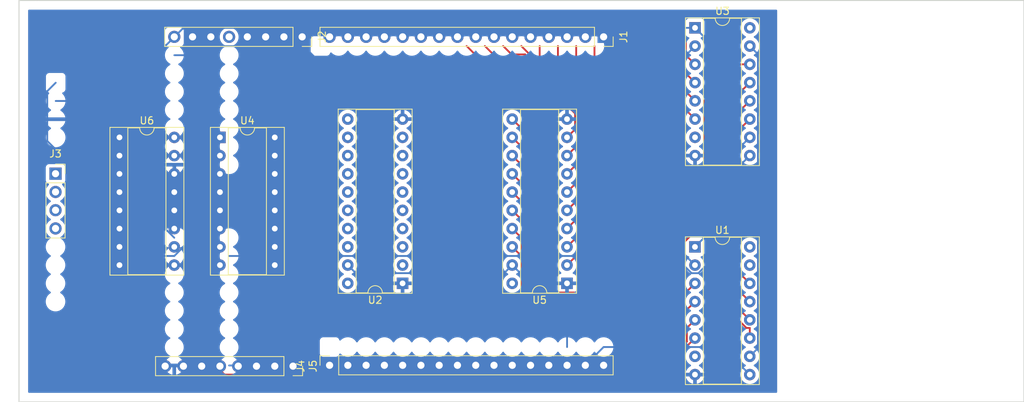
<source format=kicad_pcb>
(kicad_pcb (version 20211014) (generator pcbnew)
  (layers (0 "F.Cu" signal) (1 "In1.Cu" signal) (2 "In2.Cu" signal) (31 "B.Cu" signal) (34 "B.Paste" user) (35 "F.Paste" user) (36 "B.SilkS" user "B.Silkscreen") (37 "F.SilkS" user "F.Silkscreen") (38 "B.Mask" user) (39 "F.Mask" user) (44 "Edge.Cuts" user))
  (net 0 "")
  (net 1 "A0")
  (net 2 "A1")
  (net 3 "A2")
  (net 4 "A3")
  (net 5 "A4")
  (net 6 "A5")
  (net 7 "A6")
  (net 8 "A7")
  (net 9 "A8")
  (net 10 "A9")
  (net 11 "A10")
  (net 12 "A11")
  (net 13 "A12")
  (net 14 "A13")
  (net 15 "A14")
  (net 16 "A15")
  (net 17 "D0")
  (net 18 "D1")
  (net 19 "D2")
  (net 20 "D3")
  (net 21 "D4")
  (net 22 "D5")
  (net 23 "D6")
  (net 24 "D7")
  (net 25 "CLK")
  (net 26 "RST")
  (net 27 "GND")
  (net 28 "+5V")
  (net 29 "OI")
  (net 30 "MW")
  (net 31 "H")
  (net 32 "C")
  (net 33 "~{II}")
  (net 34 "Im")
  (net 35 "~{ΣO}")
  (net 36 "~{ΣI}")
  (net 37 "RO")
  (net 38 "RI")
  (net 39 "~{MO}")
  (net 40 "MI")
  (net 41 "~{CO}")
  (net 42 "CE")
  (net 43 "~{CIL}")
  (net 44 "Net-(U1-Pad10)")
  (net 45 "Net-(U1-Pad11)")
  (net 46 "Net-(U1-Pad12)")
  (net 47 "Net-(U1-Pad13)")
  (net 48 "Net-(U1-Pad14)")
  (net 50 "Net-(U2-Pad11)")
  (net 51 "Net-(U2-Pad12)")
  (net 52 "Net-(U2-Pad13)")
  (net 53 "Net-(U2-Pad14)")
  (net 54 "Net-(U3-Pad10)")
  (net 55 "Net-(U4-Pad10)")
  (net 56 "Net-(U4-Pad11)")
  (net 57 "Net-(U4-Pad12)")
  (net 58 "Net-(U4-Pad13)")
  (net 59 "Net-(U4-Pad14)")
  (net 60 "Net-(U5-Pad11)")
  (net 61 "Net-(U5-Pad12)")
  (net 62 "Net-(U5-Pad13)")
  (net 63 "Net-(U5-Pad14)")
  (footprint "Connector_PinSocket_2.54mm:PinSocket_1x16_P2.54mm_Vertical" (layer "F.Cu") (at 149.86 73.635 -90)
    (fp_text reference "J1" (at 0 -2.77 90) (layer "F.SilkS"))
    (fp_text value "ADDR_BUS")
    (fp_line (start -1.33 1.27) (end 1.33 1.27) (layer "F.SilkS") (width 0.12))
    (fp_line (start 1.33 1.27) (end 1.33 39.43) (layer "F.SilkS") (width 0.12))
    (fp_line (start -1.33 39.43) (end 1.33 39.43) (layer "F.SilkS") (width 0.12))
    (fp_line (start 1.33 -1.33) (end 1.33 0) (layer "F.SilkS") (width 0.12))
    (fp_line (start 0 -1.33) (end 1.33 -1.33) (layer "F.SilkS") (width 0.12))
    (fp_line (start -1.33 1.27) (end -1.33 39.43) (layer "F.SilkS") (width 0.12))
    (pad "1" thru_hole rect (at 0 0 270) (size 1.7 1.7) (drill 1) (layers *.Mask "F.Cu" "In1.Cu" "In2.Cu" "B.Cu") (net 1 "A0"))
    (pad "2" thru_hole oval (at 0 2.54 270) (size 1.7 1.7) (drill 1) (layers *.Mask "F.Cu" "In1.Cu" "In2.Cu" "B.Cu") (net 2 "A1"))
    (pad "3" thru_hole oval (at 0 5.08 270) (size 1.7 1.7) (drill 1) (layers *.Mask "F.Cu" "In1.Cu" "In2.Cu" "B.Cu") (net 3 "A2"))
    (pad "4" thru_hole oval (at 0 7.62 270) (size 1.7 1.7) (drill 1) (layers *.Mask "F.Cu" "In1.Cu" "In2.Cu" "B.Cu") (net 4 "A3"))
    (pad "5" thru_hole oval (at 0 10.16 270) (size 1.7 1.7) (drill 1) (layers *.Mask "F.Cu" "In1.Cu" "In2.Cu" "B.Cu") (net 5 "A4"))
    (pad "6" thru_hole oval (at 0 12.7 270) (size 1.7 1.7) (drill 1) (layers *.Mask "F.Cu" "In1.Cu" "In2.Cu" "B.Cu") (net 6 "A5"))
    (pad "7" thru_hole oval (at 0 15.24 270) (size 1.7 1.7) (drill 1) (layers *.Mask "F.Cu" "In1.Cu" "In2.Cu" "B.Cu") (net 7 "A6"))
    (pad "8" thru_hole oval (at 0 17.78 270) (size 1.7 1.7) (drill 1) (layers *.Mask "F.Cu" "In1.Cu" "In2.Cu" "B.Cu") (net 8 "A7"))
    (pad "9" thru_hole oval (at 0 20.32 270) (size 1.7 1.7) (drill 1) (layers *.Mask "F.Cu" "In1.Cu" "In2.Cu" "B.Cu") (net 9 "A8"))
    (pad "10" thru_hole oval (at 0 22.86 270) (size 1.7 1.7) (drill 1) (layers *.Mask "F.Cu" "In1.Cu" "In2.Cu" "B.Cu") (net 10 "A9"))
    (pad "11" thru_hole oval (at 0 25.4 270) (size 1.7 1.7) (drill 1) (layers *.Mask "F.Cu" "In1.Cu" "In2.Cu" "B.Cu") (net 11 "A10"))
    (pad "12" thru_hole oval (at 0 27.94 270) (size 1.7 1.7) (drill 1) (layers *.Mask "F.Cu" "In1.Cu" "In2.Cu" "B.Cu") (net 12 "A11"))
    (pad "13" thru_hole oval (at 0 30.48 270) (size 1.7 1.7) (drill 1) (layers *.Mask "F.Cu" "In1.Cu" "In2.Cu" "B.Cu") (net 13 "A12"))
    (pad "14" thru_hole oval (at 0 33.02 270) (size 1.7 1.7) (drill 1) (layers *.Mask "F.Cu" "In1.Cu" "In2.Cu" "B.Cu") (net 14 "A13"))
    (pad "15" thru_hole oval (at 0 35.56 270) (size 1.7 1.7) (drill 1) (layers *.Mask "F.Cu" "In1.Cu" "In2.Cu" "B.Cu") (net 15 "A14"))
    (pad "16" thru_hole oval (at 0 38.1 270) (size 1.7 1.7) (drill 1) (layers *.Mask "F.Cu" "In1.Cu" "In2.Cu" "B.Cu") (net 16 "A15"))
  )
  (footprint "Package_DIP:DIP-20_W7.62mm_Socket" (layer "F.Cu") (at 121.91 107.945 180)
    (fp_text reference "U2" (at 3.81 -2.33) (layer "F.SilkS"))
    (fp_text value "74HC245")
    (fp_line (start 1.16 -1.33) (end 1.16 24.19) (layer "F.SilkS") (width 0.12))
    (fp_line (start 8.95 -1.39) (end -1.33 -1.39) (layer "F.SilkS") (width 0.12))
    (fp_line (start -1.33 -1.39) (end -1.33 24.25) (layer "F.SilkS") (width 0.12))
    (fp_line (start 1.16 24.19) (end 6.46 24.19) (layer "F.SilkS") (width 0.12))
    (fp_line (start -1.33 24.25) (end 8.95 24.25) (layer "F.SilkS") (width 0.12))
    (fp_line (start 6.46 24.19) (end 6.46 -1.33) (layer "F.SilkS") (width 0.12))
    (fp_line (start 8.95 24.25) (end 8.95 -1.39) (layer "F.SilkS") (width 0.12))
    (fp_line (start 6.46 -1.33) (end 4.81 -1.33) (layer "F.SilkS") (width 0.12))
    (fp_line (start 2.81 -1.33) (end 1.16 -1.33) (layer "F.SilkS") (width 0.12))
    (fp_arc (start 4.81 -1.33) (mid 3.81 -0.33) (end 2.81 -1.33) (layer "F.SilkS") (width 0.12))
    (pad "1" thru_hole rect (at 0 0 180) (size 1.6 1.6) (drill 0.8) (layers *.Cu *.Mask) (net 27 "GND"))
    (pad "2" thru_hole oval (at 0 2.54 180) (size 1.6 1.6) (drill 0.8) (layers *.Cu *.Mask) (net 16 "A15"))
    (pad "3" thru_hole oval (at 0 5.08 180) (size 1.6 1.6) (drill 0.8) (layers *.Cu *.Mask) (net 15 "A14"))
    (pad "4" thru_hole oval (at 0 7.62 180) (size 1.6 1.6) (drill 0.8) (layers *.Cu *.Mask) (net 14 "A13"))
    (pad "5" thru_hole oval (at 0 10.16 180) (size 1.6 1.6) (drill 0.8) (layers *.Cu *.Mask) (net 13 "A12"))
    (pad "6" thru_hole oval (at 0 12.7 180) (size 1.6 1.6) (drill 0.8) (layers *.Cu *.Mask) (net 12 "A11"))
    (pad "7" thru_hole oval (at 0 15.24 180) (size 1.6 1.6) (drill 0.8) (layers *.Cu *.Mask) (net 11 "A10"))
    (pad "8" thru_hole oval (at 0 17.78 180) (size 1.6 1.6) (drill 0.8) (layers *.Cu *.Mask) (net 10 "A9"))
    (pad "9" thru_hole oval (at 0 20.32 180) (size 1.6 1.6) (drill 0.8) (layers *.Cu *.Mask) (net 9 "A8"))
    (pad "10" thru_hole oval (at 0 22.86 180) (size 1.6 1.6) (drill 0.8) (layers *.Cu *.Mask) (net 27 "GND"))
    (pad "11" thru_hole oval (at 7.62 22.86 180) (size 1.6 1.6) (drill 0.8) (layers *.Cu *.Mask) (net 50 "Net-(U2-Pad11)"))
    (pad "12" thru_hole oval (at 7.62 20.32 180) (size 1.6 1.6) (drill 0.8) (layers *.Cu *.Mask) (net 51 "Net-(U2-Pad12)"))
    (pad "13" thru_hole oval (at 7.62 17.78 180) (size 1.6 1.6) (drill 0.8) (layers *.Cu *.Mask) (net 52 "Net-(U2-Pad13)"))
    (pad "14" thru_hole oval (at 7.62 15.24 180) (size 1.6 1.6) (drill 0.8) (layers *.Cu *.Mask) (net 53 "Net-(U2-Pad14)"))
    (pad "15" thru_hole oval (at 7.62 12.7 180) (size 1.6 1.6) (drill 0.8) (layers *.Cu *.Mask) (net 48 "Net-(U1-Pad14)"))
    (pad "16" thru_hole oval (at 7.62 10.16 180) (size 1.6 1.6) (drill 0.8) (layers *.Cu *.Mask) (net 47 "Net-(U1-Pad13)"))
    (pad "17" thru_hole oval (at 7.62 7.62 180) (size 1.6 1.6) (drill 0.8) (layers *.Cu *.Mask) (net 46 "Net-(U1-Pad12)"))
    (pad "18" thru_hole oval (at 7.62 5.08 180) (size 1.6 1.6) (drill 0.8) (layers *.Cu *.Mask) (net 45 "Net-(U1-Pad11)"))
    (pad "19" thru_hole oval (at 7.62 2.54 180) (size 1.6 1.6) (drill 0.8) (layers *.Cu *.Mask) (net 41 "~{CO}"))
    (pad "20" thru_hole oval (at 7.62 0 180) (size 1.6 1.6) (drill 0.8) (layers *.Cu *.Mask) (net 28 "+5V"))
  )
  (footprint "Package_DIP:DIP-16_W7.62mm_Socket" (layer "F.Cu") (at 82.55 87.63)
    (fp_text reference "U6" (at 3.81 -2.33) (layer "F.SilkS"))
    (fp_text value "74HC161")
    (fp_line (start 1.16 -1.33) (end 1.16 19.11) (layer "F.SilkS") (width 0.12))
    (fp_line (start 6.46 19.11) (end 6.46 -1.33) (layer "F.SilkS") (width 0.12))
    (fp_line (start 1.16 19.11) (end 6.46 19.11) (layer "F.SilkS") (width 0.12))
    (fp_line (start 2.81 -1.33) (end 1.16 -1.33) (layer "F.SilkS") (width 0.12))
    (fp_line (start -1.33 19.17) (end 8.95 19.17) (layer "F.SilkS") (width 0.12))
    (fp_line (start 8.95 -1.39) (end -1.33 -1.39) (layer "F.SilkS") (width 0.12))
    (fp_line (start -1.33 -1.39) (end -1.33 19.17) (layer "F.SilkS") (width 0.12))
    (fp_line (start 6.46 -1.33) (end 4.81 -1.33) (layer "F.SilkS") (width 0.12))
    (fp_line (start 8.95 19.17) (end 8.95 -1.39) (layer "F.SilkS") (width 0.12))
    (fp_arc (start 4.81 -1.33) (mid 3.81 -0.33) (end 2.81 -1.33) (layer "F.SilkS") (width 0.12))
    (pad "1" thru_hole rect (at 0 0) (size 1.6 1.6) (drill 0.8) (layers *.Cu *.Mask) (net 26 "RST"))
    (pad "2" thru_hole oval (at 0 2.54) (size 1.6 1.6) (drill 0.8) (layers *.Cu *.Mask) (net 25 "CLK"))
    (pad "3" thru_hole oval (at 0 5.08) (size 1.6 1.6) (drill 0.8) (layers *.Cu *.Mask) (net 17 "D0"))
    (pad "4" thru_hole oval (at 0 7.62) (size 1.6 1.6) (drill 0.8) (layers *.Cu *.Mask) (net 18 "D1"))
    (pad "5" thru_hole oval (at 0 10.16) (size 1.6 1.6) (drill 0.8) (layers *.Cu *.Mask) (net 19 "D2"))
    (pad "6" thru_hole oval (at 0 12.7) (size 1.6 1.6) (drill 0.8) (layers *.Cu *.Mask) (net 20 "D3"))
    (pad "7" thru_hole oval (at 0 15.24) (size 1.6 1.6) (drill 0.8) (layers *.Cu *.Mask) (net 28 "+5V"))
    (pad "8" thru_hole oval (at 0 17.78) (size 1.6 1.6) (drill 0.8) (layers *.Cu *.Mask) (net 27 "GND"))
    (pad "9" thru_hole oval (at 7.62 17.78) (size 1.6 1.6) (drill 0.8) (layers *.Cu *.Mask) (net 43 "~{CIL}"))
    (pad "10" thru_hole oval (at 7.62 15.24) (size 1.6 1.6) (drill 0.8) (layers *.Cu *.Mask) (net 28 "+5V"))
    (pad "11" thru_hole oval (at 7.62 12.7) (size 1.6 1.6) (drill 0.8) (layers *.Cu *.Mask) (net 63 "Net-(U5-Pad14)"))
    (pad "12" thru_hole oval (at 7.62 10.16) (size 1.6 1.6) (drill 0.8) (layers *.Cu *.Mask) (net 62 "Net-(U5-Pad13)"))
    (pad "13" thru_hole oval (at 7.62 7.62) (size 1.6 1.6) (drill 0.8) (layers *.Cu *.Mask) (net 61 "Net-(U5-Pad12)"))
    (pad "14" thru_hole oval (at 7.62 5.08) (size 1.6 1.6) (drill 0.8) (layers *.Cu *.Mask) (net 60 "Net-(U5-Pad11)"))
    (pad "15" thru_hole oval (at 7.62 2.54) (size 1.6 1.6) (drill 0.8) (layers *.Cu *.Mask) (net 55 "Net-(U4-Pad10)"))
    (pad "16" thru_hole oval (at 7.62 0) (size 1.6 1.6) (drill 0.8) (layers *.Cu *.Mask) (net 28 "+5V"))
  )
  (footprint "Package_DIP:DIP-16_W7.62mm_Socket" (layer "F.Cu") (at 162.57 72.38)
    (fp_text reference "U3" (at 3.81 -2.33) (layer "F.SilkS"))
    (fp_text value "74HC161")
    (fp_line (start 6.46 -1.33) (end 4.81 -1.33) (layer "F.SilkS") (width 0.12))
    (fp_line (start 8.95 19.17) (end 8.95 -1.39) (layer "F.SilkS") (width 0.12))
    (fp_line (start 8.95 -1.39) (end -1.33 -1.39) (layer "F.SilkS") (width 0.12))
    (fp_line (start -1.33 19.17) (end 8.95 19.17) (layer "F.SilkS") (width 0.12))
    (fp_line (start -1.33 -1.39) (end -1.33 19.17) (layer "F.SilkS") (width 0.12))
    (fp_line (start 1.16 -1.33) (end 1.16 19.11) (layer "F.SilkS") (width 0.12))
    (fp_line (start 1.16 19.11) (end 6.46 19.11) (layer "F.SilkS") (width 0.12))
    (fp_line (start 6.46 19.11) (end 6.46 -1.33) (layer "F.SilkS") (width 0.12))
    (fp_line (start 2.81 -1.33) (end 1.16 -1.33) (layer "F.SilkS") (width 0.12))
    (fp_arc (start 4.81 -1.33) (mid 3.81 -0.33) (end 2.81 -1.33) (layer "F.SilkS") (width 0.12))
    (pad "1" thru_hole rect (at 0 0) (size 1.6 1.6) (drill 0.8) (layers *.Cu *.Mask) (net 26 "RST"))
    (pad "2" thru_hole oval (at 0 2.54) (size 1.6 1.6) (drill 0.8) (layers *.Cu *.Mask) (net 25 "CLK"))
    (pad "3" thru_hole oval (at 0 5.08) (size 1.6 1.6) (drill 0.8) (layers *.Cu *.Mask) (net 17 "D0"))
    (pad "4" thru_hole oval (at 0 7.62) (size 1.6 1.6) (drill 0.8) (layers *.Cu *.Mask) (net 18 "D1"))
    (pad "5" thru_hole oval (at 0 10.16) (size 1.6 1.6) (drill 0.8) (layers *.Cu *.Mask) (net 19 "D2"))
    (pad "6" thru_hole oval (at 0 12.7) (size 1.6 1.6) (drill 0.8) (layers *.Cu *.Mask) (net 20 "D3"))
    (pad "7" thru_hole oval (at 0 15.24) (size 1.6 1.6) (drill 0.8) (layers *.Cu *.Mask) (net 28 "+5V"))
    (pad "8" thru_hole oval (at 0 17.78) (size 1.6 1.6) (drill 0.8) (layers *.Cu *.Mask) (net 27 "GND"))
    (pad "9" thru_hole oval (at 7.62 17.78) (size 1.6 1.6) (drill 0.8) (layers *.Cu *.Mask) (net 43 "~{CIL}"))
    (pad "10" thru_hole oval (at 7.62 15.24) (size 1.6 1.6) (drill 0.8) (layers *.Cu *.Mask) (net 54 "Net-(U3-Pad10)"))
    (pad "11" thru_hole oval (at 7.62 12.7) (size 1.6 1.6) (drill 0.8) (layers *.Cu *.Mask) (net 53 "Net-(U2-Pad14)"))
    (pad "12" thru_hole oval (at 7.62 10.16) (size 1.6 1.6) (drill 0.8) (layers *.Cu *.Mask) (net 52 "Net-(U2-Pad13)"))
    (pad "13" thru_hole oval (at 7.62 7.62) (size 1.6 1.6) (drill 0.8) (layers *.Cu *.Mask) (net 51 "Net-(U2-Pad12)"))
    (pad "14" thru_hole oval (at 7.62 5.08) (size 1.6 1.6) (drill 0.8) (layers *.Cu *.Mask) (net 50 "Net-(U2-Pad11)"))
    (pad "15" thru_hole oval (at 7.62 2.54) (size 1.6 1.6) (drill 0.8) (layers *.Cu *.Mask) (net 44 "Net-(U1-Pad10)"))
    (pad "16" thru_hole oval (at 7.62 0) (size 1.6 1.6) (drill 0.8) (layers *.Cu *.Mask) (net 28 "+5V"))
  )
  (footprint "Package_DIP:DIP-20_W7.62mm_Socket" (layer "F.Cu") (at 144.77 107.945 180)
    (fp_text reference "U5" (at 3.81 -2.33) (layer "F.SilkS"))
    (fp_text value "74HC245")
    (fp_line (start -1.33 24.25) (end 8.95 24.25) (layer "F.SilkS") (width 0.12))
    (fp_line (start 1.16 24.19) (end 6.46 24.19) (layer "F.SilkS") (width 0.12))
    (fp_line (start 2.81 -1.33) (end 1.16 -1.33) (layer "F.SilkS") (width 0.12))
    (fp_line (start 1.16 -1.33) (end 1.16 24.19) (layer "F.SilkS") (width 0.12))
    (fp_line (start 6.46 24.19) (end 6.46 -1.33) (layer "F.SilkS") (width 0.12))
    (fp_line (start -1.33 -1.39) (end -1.33 24.25) (layer "F.SilkS") (width 0.12))
    (fp_line (start 8.95 -1.39) (end -1.33 -1.39) (layer "F.SilkS") (width 0.12))
    (fp_line (start 8.95 24.25) (end 8.95 -1.39) (layer "F.SilkS") (width 0.12))
    (fp_line (start 6.46 -1.33) (end 4.81 -1.33) (layer "F.SilkS") (width 0.12))
    (fp_arc (start 4.81 -1.33) (mid 3.81 -0.33) (end 2.81 -1.33) (layer "F.SilkS") (width 0.12))
    (pad "1" thru_hole rect (at 0 0 180) (size 1.6 1.6) (drill 0.8) (layers *.Cu *.Mask) (net 27 "GND"))
    (pad "2" thru_hole oval (at 0 2.54 180) (size 1.6 1.6) (drill 0.8) (layers *.Cu *.Mask) (net 8 "A7"))
    (pad "3" thru_hole oval (at 0 5.08 180) (size 1.6 1.6) (drill 0.8) (layers *.Cu *.Mask) (net 7 "A6"))
    (pad "4" thru_hole oval (at 0 7.62 180) (size 1.6 1.6) (drill 0.8) (layers *.Cu *.Mask) (net 6 "A5"))
    (pad "5" thru_hole oval (at 0 10.16 180) (size 1.6 1.6) (drill 0.8) (layers *.Cu *.Mask) (net 5 "A4"))
    (pad "6" thru_hole oval (at 0 12.7 180) (size 1.6 1.6) (drill 0.8) (layers *.Cu *.Mask) (net 4 "A3"))
    (pad "7" thru_hole oval (at 0 15.24 180) (size 1.6 1.6) (drill 0.8) (layers *.Cu *.Mask) (net 3 "A2"))
    (pad "8" thru_hole oval (at 0 17.78 180) (size 1.6 1.6) (drill 0.8) (layers *.Cu *.Mask) (net 2 "A1"))
    (pad "9" thru_hole oval (at 0 20.32 180) (size 1.6 1.6) (drill 0.8) (layers *.Cu *.Mask) (net 1 "A0"))
    (pad "10" thru_hole oval (at 0 22.86 180) (size 1.6 1.6) (drill 0.8) (layers *.Cu *.Mask) (net 27 "GND"))
    (pad "11" thru_hole oval (at 7.62 22.86 180) (size 1.6 1.6) (drill 0.8) (layers *.Cu *.Mask) (net 60 "Net-(U5-Pad11)"))
    (pad "12" thru_hole oval (at 7.62 20.32 180) (size 1.6 1.6) (drill 0.8) (layers *.Cu *.Mask) (net 61 "Net-(U5-Pad12)"))
    (pad "13" thru_hole oval (at 7.62 17.78 180) (size 1.6 1.6) (drill 0.8) (layers *.Cu *.Mask) (net 62 "Net-(U5-Pad13)"))
    (pad "14" thru_hole oval (at 7.62 15.24 180) (size 1.6 1.6) (drill 0.8) (layers *.Cu *.Mask) (net 63 "Net-(U5-Pad14)"))
    (pad "15" thru_hole oval (at 7.62 12.7 180) (size 1.6 1.6) (drill 0.8) (layers *.Cu *.Mask) (net 59 "Net-(U4-Pad14)"))
    (pad "16" thru_hole oval (at 7.62 10.16 180) (size 1.6 1.6) (drill 0.8) (layers *.Cu *.Mask) (net 58 "Net-(U4-Pad13)"))
    (pad "17" thru_hole oval (at 7.62 7.62 180) (size 1.6 1.6) (drill 0.8) (layers *.Cu *.Mask) (net 57 "Net-(U4-Pad12)"))
    (pad "18" thru_hole oval (at 7.62 5.08 180) (size 1.6 1.6) (drill 0.8) (layers *.Cu *.Mask) (net 56 "Net-(U4-Pad11)"))
    (pad "19" thru_hole oval (at 7.62 2.54 180) (size 1.6 1.6) (drill 0.8) (layers *.Cu *.Mask) (net 41 "~{CO}"))
    (pad "20" thru_hole oval (at 7.62 0 180) (size 1.6 1.6) (drill 0.8) (layers *.Cu *.Mask) (net 28 "+5V"))
  )
  (footprint "Connector_PinSocket_2.54mm:PinSocket_1x04_P2.54mm_Vertical" (layer "F.Cu") (at 73.66 92.685)
    (fp_text reference "J3" (at 0 -2.77) (layer "F.SilkS"))
    (fp_text value "Conn_01x03_Female")
    (fp_line (start -1.33 1.27) (end 1.33 1.27) (layer "F.SilkS") (width 0.12))
    (fp_line (start -1.33 1.27) (end -1.33 8.95) (layer "F.SilkS") (width 0.12))
    (fp_line (start 1.33 -1.33) (end 1.33 0) (layer "F.SilkS") (width 0.12))
    (fp_line (start -1.33 8.95) (end 1.33 8.95) (layer "F.SilkS") (width 0.12))
    (fp_line (start 1.33 1.27) (end 1.33 8.95) (layer "F.SilkS") (width 0.12))
    (fp_line (start 0 -1.33) (end 1.33 -1.33) (layer "F.SilkS") (width 0.12))
    (pad "1" thru_hole rect (at 0 0) (size 1.7 1.7) (drill 1) (layers *.Mask "F.Cu" "In1.Cu" "In2.Cu" "B.Cu") (net 25 "CLK"))
    (pad "2" thru_hole oval (at 0 2.54) (size 1.7 1.7) (drill 1) (layers *.Mask "F.Cu" "In1.Cu" "In2.Cu" "B.Cu") (net 26 "RST"))
    (pad "3" thru_hole oval (at 0 5.08) (size 1.7 1.7) (drill 1) (layers *.Mask "F.Cu" "In1.Cu" "In2.Cu" "B.Cu") (net 27 "GND"))
    (pad "4" thru_hole oval (at 0 7.62) (size 1.7 1.7) (drill 1) (layers *.Mask "F.Cu" "In1.Cu" "In2.Cu" "B.Cu") (net 28 "+5V"))
  )
  (footprint "Package_DIP:DIP-16_W7.62mm_Socket" (layer "F.Cu") (at 162.56 102.87)
    (fp_text reference "U1" (at 3.81 -2.33) (layer "F.SilkS"))
    (fp_text value "74HC161")
    (fp_line (start 2.81 -1.33) (end 1.16 -1.33) (layer "F.SilkS") (width 0.12))
    (fp_line (start -1.33 -1.39) (end -1.33 19.17) (layer "F.SilkS") (width 0.12))
    (fp_line (start 8.95 -1.39) (end -1.33 -1.39) (layer "F.SilkS") (width 0.12))
    (fp_line (start 1.16 -1.33) (end 1.16 19.11) (layer "F.SilkS") (width 0.12))
    (fp_line (start 8.95 19.17) (end 8.95 -1.39) (layer "F.SilkS") (width 0.12))
    (fp_line (start 6.46 19.11) (end 6.46 -1.33) (layer "F.SilkS") (width 0.12))
    (fp_line (start 6.46 -1.33) (end 4.81 -1.33) (layer "F.SilkS") (width 0.12))
    (fp_line (start 1.16 19.11) (end 6.46 19.11) (layer "F.SilkS") (width 0.12))
    (fp_line (start -1.33 19.17) (end 8.95 19.17) (layer "F.SilkS") (width 0.12))
    (fp_arc (start 4.81 -1.33) (mid 3.81 -0.33) (end 2.81 -1.33) (layer "F.SilkS") (width 0.12))
    (pad "1" thru_hole rect (at 0 0) (size 1.6 1.6) (drill 0.8) (layers *.Cu *.Mask) (net 26 "RST"))
    (pad "2" thru_hole oval (at 0 2.54) (size 1.6 1.6) (drill 0.8) (layers *.Cu *.Mask) (net 25 "CLK"))
    (pad "3" thru_hole oval (at 0 5.08) (size 1.6 1.6) (drill 0.8) (layers *.Cu *.Mask) (net 21 "D4"))
    (pad "4" thru_hole oval (at 0 7.62) (size 1.6 1.6) (drill 0.8) (layers *.Cu *.Mask) (net 22 "D5"))
    (pad "5" thru_hole oval (at 0 10.16) (size 1.6 1.6) (drill 0.8) (layers *.Cu *.Mask) (net 23 "D6"))
    (pad "6" thru_hole oval (at 0 12.7) (size 1.6 1.6) (drill 0.8) (layers *.Cu *.Mask) (net 24 "D7"))
    (pad "7" thru_hole oval (at 0 15.24) (size 1.6 1.6) (drill 0.8) (layers *.Cu *.Mask) (net 28 "+5V"))
    (pad "8" thru_hole oval (at 0 17.78) (size 1.6 1.6) (drill 0.8) (layers *.Cu *.Mask) (net 27 "GND"))
    (pad "9" thru_hole oval (at 7.62 17.78) (size 1.6 1.6) (drill 0.8) (layers *.Cu *.Mask) (net 43 "~{CIL}"))
    (pad "10" thru_hole oval (at 7.62 15.24) (size 1.6 1.6) (drill 0.8) (layers *.Cu *.Mask) (net 44 "Net-(U1-Pad10)"))
    (pad "11" thru_hole oval (at 7.62 12.7) (size 1.6 1.6) (drill 0.8) (layers *.Cu *.Mask) (net 45 "Net-(U1-Pad11)"))
    (pad "12" thru_hole oval (at 7.62 10.16) (size 1.6 1.6) (drill 0.8) (layers *.Cu *.Mask) (net 46 "Net-(U1-Pad12)"))
    (pad "13" thru_hole oval (at 7.62 7.62) (size 1.6 1.6) (drill 0.8) (layers *.Cu *.Mask) (net 47 "Net-(U1-Pad13)"))
    (pad "14" thru_hole oval (at 7.62 5.08) (size 1.6 1.6) (drill 0.8) (layers *.Cu *.Mask) (net 48 "Net-(U1-Pad14)"))
    (pad "15" thru_hole oval (at 7.62 2.54) (size 1.6 1.6) (drill 0.8) (layers *.Cu *.Mask))
    (pad "16" thru_hole oval (at 7.62 0) (size 1.6 1.6) (drill 0.8) (layers *.Cu *.Mask) (net 28 "+5V"))
  )
  (footprint "Package_DIP:DIP-16_W7.62mm_Socket" (layer "F.Cu") (at 96.52 87.63)
    (fp_text reference "U4" (at 3.81 -2.33) (layer "F.SilkS"))
    (fp_text value "74HC161")
    (fp_line (start 2.81 -1.33) (end 1.16 -1.33) (layer "F.SilkS") (width 0.12))
    (fp_line (start 8.95 19.17) (end 8.95 -1.39) (layer "F.SilkS") (width 0.12))
    (fp_line (start -1.33 -1.39) (end -1.33 19.17) (layer "F.SilkS") (width 0.12))
    (fp_line (start 1.16 -1.33) (end 1.16 19.11) (layer "F.SilkS") (width 0.12))
    (fp_line (start 1.16 19.11) (end 6.46 19.11) (layer "F.SilkS") (width 0.12))
    (fp_line (start 6.46 19.11) (end 6.46 -1.33) (layer "F.SilkS") (width 0.12))
    (fp_line (start 6.46 -1.33) (end 4.81 -1.33) (layer "F.SilkS") (width 0.12))
    (fp_line (start -1.33 19.17) (end 8.95 19.17) (layer "F.SilkS") (width 0.12))
    (fp_line (start 8.95 -1.39) (end -1.33 -1.39) (layer "F.SilkS") (width 0.12))
    (fp_arc (start 4.81 -1.33) (mid 3.81 -0.33) (end 2.81 -1.33) (layer "F.SilkS") (width 0.12))
    (pad "1" thru_hole rect (at 0 0) (size 1.6 1.6) (drill 0.8) (layers *.Cu *.Mask) (net 26 "RST"))
    (pad "2" thru_hole oval (at 0 2.54) (size 1.6 1.6) (drill 0.8) (layers *.Cu *.Mask) (net 25 "CLK"))
    (pad "3" thru_hole oval (at 0 5.08) (size 1.6 1.6) (drill 0.8) (layers *.Cu *.Mask) (net 21 "D4"))
    (pad "4" thru_hole oval (at 0 7.62) (size 1.6 1.6) (drill 0.8) (layers *.Cu *.Mask) (net 22 "D5"))
    (pad "5" thru_hole oval (at 0 10.16) (size 1.6 1.6) (drill 0.8) (layers *.Cu *.Mask) (net 23 "D6"))
    (pad "6" thru_hole oval (at 0 12.7) (size 1.6 1.6) (drill 0.8) (layers *.Cu *.Mask) (net 24 "D7"))
    (pad "7" thru_hole oval (at 0 15.24) (size 1.6 1.6) (drill 0.8) (layers *.Cu *.Mask) (net 28 "+5V"))
    (pad "8" thru_hole oval (at 0 17.78) (size 1.6 1.6) (drill 0.8) (layers *.Cu *.Mask) (net 27 "GND"))
    (pad "9" thru_hole oval (at 7.62 17.78) (size 1.6 1.6) (drill 0.8) (layers *.Cu *.Mask) (net 43 "~{CIL}"))
    (pad "10" thru_hole oval (at 7.62 15.24) (size 1.6 1.6) (drill 0.8) (layers *.Cu *.Mask) (net 55 "Net-(U4-Pad10)"))
    (pad "11" thru_hole oval (at 7.62 12.7) (size 1.6 1.6) (drill 0.8) (layers *.Cu *.Mask) (net 56 "Net-(U4-Pad11)"))
    (pad "12" thru_hole oval (at 7.62 10.16) (size 1.6 1.6) (drill 0.8) (layers *.Cu *.Mask) (net 57 "Net-(U4-Pad12)"))
    (pad "13" thru_hole oval (at 7.62 7.62) (size 1.6 1.6) (drill 0.8) (layers *.Cu *.Mask) (net 58 "Net-(U4-Pad13)"))
    (pad "14" thru_hole oval (at 7.62 5.08) (size 1.6 1.6) (drill 0.8) (layers *.Cu *.Mask) (net 59 "Net-(U4-Pad14)"))
    (pad "15" thru_hole oval (at 7.62 2.54) (size 1.6 1.6) (drill 0.8) (layers *.Cu *.Mask) (net 54 "Net-(U3-Pad10)"))
    (pad "16" thru_hole oval (at 7.62 0) (size 1.6 1.6) (drill 0.8) (layers *.Cu *.Mask) (net 28 "+5V"))
  )
  (footprint "Connector_PinSocket_2.54mm:PinSocket_1x08_P2.54mm_Vertical" (layer "F.Cu") (at 106.68 119.475 -90)
    (fp_text reference "J5" (at 0 -2.77 90) (layer "F.SilkS"))
    (fp_text value "INST_REG")
    (fp_line (start -1.33 1.27) (end -1.33 19.11) (layer "F.SilkS") (width 0.12))
    (fp_line (start -1.33 1.27) (end 1.33 1.27) (layer "F.SilkS") (width 0.12))
    (fp_line (start -1.33 19.11) (end 1.33 19.11) (layer "F.SilkS") (width 0.12))
    (fp_line (start 1.33 -1.33) (end 1.33 0) (layer "F.SilkS") (width 0.12))
    (fp_line (start 0 -1.33) (end 1.33 -1.33) (layer "F.SilkS") (width 0.12))
    (fp_line (start 1.33 1.27) (end 1.33 19.11) (layer "F.SilkS") (width 0.12))
    (pad "1" thru_hole rect (at 0 0 270) (size 1.7 1.7) (drill 1) (layers *.Mask "F.Cu" "In1.Cu" "In2.Cu" "B.Cu"))
    (pad "2" thru_hole oval (at 0 2.54 270) (size 1.7 1.7) (drill 1) (layers *.Mask "F.Cu" "In1.Cu" "In2.Cu" "B.Cu"))
    (pad "3" thru_hole oval (at 0 5.08 270) (size 1.7 1.7) (drill 1) (layers *.Mask "F.Cu" "In1.Cu" "In2.Cu" "B.Cu"))
    (pad "4" thru_hole oval (at 0 7.62 270) (size 1.7 1.7) (drill 1) (layers *.Mask "F.Cu" "In1.Cu" "In2.Cu" "B.Cu"))
    (pad "5" thru_hole oval (at 0 10.16 270) (size 1.7 1.7) (drill 1) (layers *.Mask "F.Cu" "In1.Cu" "In2.Cu" "B.Cu"))
    (pad "6" thru_hole oval (at 0 12.7 270) (size 1.7 1.7) (drill 1) (layers *.Mask "F.Cu" "In1.Cu" "In2.Cu" "B.Cu"))
    (pad "7" thru_hole oval (at 0 15.24 270) (size 1.7 1.7) (drill 1) (layers *.Mask "F.Cu" "In1.Cu" "In2.Cu" "B.Cu"))
    (pad "8" thru_hole oval (at 0 17.78 270) (size 1.7 1.7) (drill 1) (layers *.Mask "F.Cu" "In1.Cu" "In2.Cu" "B.Cu"))
  )
  (footprint "Connector_PinSocket_2.54mm:PinSocket_1x16_P2.54mm_Vertical" (layer "F.Cu") (at 111.76 119.355 90)
    (fp_text reference "J4" (at -0.12 -4.025 90) (layer "F.SilkS"))
    (fp_text value "CTRL_BUS")
    (fp_line (start -1.33 1.27) (end 1.33 1.27) (layer "F.SilkS") (width 0.12))
    (fp_line (start 1.33 -1.33) (end 1.33 0) (layer "F.SilkS") (width 0.12))
    (fp_line (start 0 -1.33) (end 1.33 -1.33) (layer "F.SilkS") (width 0.12))
    (fp_line (start -1.33 1.27) (end -1.33 39.43) (layer "F.SilkS") (width 0.12))
    (fp_line (start 1.33 1.27) (end 1.33 39.43) (layer "F.SilkS") (width 0.12))
    (fp_line (start -1.33 39.43) (end 1.33 39.43) (layer "F.SilkS") (width 0.12))
    (pad "1" thru_hole rect (at 0 0 90) (size 1.7 1.7) (drill 1) (layers *.Mask "F.Cu" "In1.Cu" "In2.Cu" "B.Cu"))
    (pad "2" thru_hole oval (at 0 2.54 90) (size 1.7 1.7) (drill 1) (layers *.Mask "F.Cu" "In1.Cu" "In2.Cu" "B.Cu") (net 29 "OI"))
    (pad "3" thru_hole oval (at 0 5.08 90) (size 1.7 1.7) (drill 1) (layers *.Mask "F.Cu" "In1.Cu" "In2.Cu" "B.Cu") (net 30 "MW"))
    (pad "4" thru_hole oval (at 0 7.62 90) (size 1.7 1.7) (drill 1) (layers *.Mask "F.Cu" "In1.Cu" "In2.Cu" "B.Cu") (net 31 "H"))
    (pad "5" thru_hole oval (at 0 10.16 90) (size 1.7 1.7) (drill 1) (layers *.Mask "F.Cu" "In1.Cu" "In2.Cu" "B.Cu") (net 32 "C"))
    (pad "6" thru_hole oval (at 0 12.7 90) (size 1.7 1.7) (drill 1) (layers *.Mask "F.Cu" "In1.Cu" "In2.Cu" "B.Cu") (net 33 "~{II}"))
    (pad "7" thru_hole oval (at 0 15.24 90) (size 1.7 1.7) (drill 1) (layers *.Mask "F.Cu" "In1.Cu" "In2.Cu" "B.Cu") (net 34 "Im"))
    (pad "8" thru_hole oval (at 0 17.78 90) (size 1.7 1.7) (drill 1) (layers *.Mask "F.Cu" "In1.Cu" "In2.Cu" "B.Cu") (net 35 "~{ΣO}"))
    (pad "9" thru_hole oval (at 0 20.32 90) (size 1.7 1.7) (drill 1) (layers *.Mask "F.Cu" "In1.Cu" "In2.Cu" "B.Cu") (net 36 "~{ΣI}"))
    (pad "10" thru_hole oval (at 0 22.86 90) (size 1.7 1.7) (drill 1) (layers *.Mask "F.Cu" "In1.Cu" "In2.Cu" "B.Cu") (net 37 "RO"))
    (pad "11" thru_hole oval (at 0 25.4 90) (size 1.7 1.7) (drill 1) (layers *.Mask "F.Cu" "In1.Cu" "In2.Cu" "B.Cu") (net 38 "RI"))
    (pad "12" thru_hole oval (at 0 27.94 90) (size 1.7 1.7) (drill 1) (layers *.Mask "F.Cu" "In1.Cu" "In2.Cu" "B.Cu") (net 39 "~{MO}"))
    (pad "13" thru_hole oval (at 0 30.48 90) (size 1.7 1.7) (drill 1) (layers *.Mask "F.Cu" "In1.Cu" "In2.Cu" "B.Cu") (net 40 "MI"))
    (pad "14" thru_hole oval (at 0 33.02 90) (size 1.7 1.7) (drill 1) (layers *.Mask "F.Cu" "In1.Cu" "In2.Cu" "B.Cu") (net 41 "~{CO}"))
    (pad "15" thru_hole oval (at 0 35.56 90) (size 1.7 1.7) (drill 1) (layers *.Mask "F.Cu" "In1.Cu" "In2.Cu" "B.Cu") (net 42 "CE"))
    (pad "16" thru_hole oval (at 0 38.1 90) (size 1.7 1.7) (drill 1) (layers *.Mask "F.Cu" "In1.Cu" "In2.Cu" "B.Cu"))
  )
  (footprint "Connector_PinSocket_2.54mm:PinSocket_1x08_P2.54mm_Vertical" (layer "F.Cu") (at 107.95 73.635 -90)
    (fp_text reference "J2" (at 0 -2.77 90) (layer "F.SilkS"))
    (fp_text value "DATA_BUS")
    (fp_line (start 0 -1.33) (end 1.33 -1.33) (layer "F.SilkS") (width 0.12))
    (fp_line (start -1.33 1.27) (end 1.33 1.27) (layer "F.SilkS") (width 0.12))
    (fp_line (start -1.33 19.11) (end 1.33 19.11) (layer "F.SilkS") (width 0.12))
    (fp_line (start -1.33 1.27) (end -1.33 19.11) (layer "F.SilkS") (width 0.12))
    (fp_line (start 1.33 -1.33) (end 1.33 0) (layer "F.SilkS") (width 0.12))
    (fp_line (start 1.33 1.27) (end 1.33 19.11) (layer "F.SilkS") (width 0.12))
    (pad "1" thru_hole rect (at 0 0 270) (size 1.7 1.7) (drill 1) (layers *.Mask "F.Cu" "In1.Cu" "In2.Cu" "B.Cu") (net 17 "D0"))
    (pad "2" thru_hole oval (at 0 2.54 270) (size 1.7 1.7) (drill 1) (layers *.Mask "F.Cu" "In1.Cu" "In2.Cu" "B.Cu") (net 18 "D1"))
    (pad "3" thru_hole oval (at 0 5.08 270) (size 1.7 1.7) (drill 1) (layers *.Mask "F.Cu" "In1.Cu" "In2.Cu" "B.Cu") (net 19 "D2"))
    (pad "4" thru_hole oval (at 0 7.62 270) (size 1.7 1.7) (drill 1) (layers *.Mask "F.Cu" "In1.Cu" "In2.Cu" "B.Cu") (net 20 "D3"))
    (pad "5" thru_hole oval (at 0 10.16 270) (size 1.7 1.7) (drill 1) (layers *.Mask "F.Cu" "In1.Cu" "In2.Cu" "B.Cu") (net 21 "D4"))
    (pad "6" thru_hole oval (at 0 12.7 270) (size 1.7 1.7) (drill 1) (layers *.Mask "F.Cu" "In1.Cu" "In2.Cu" "B.Cu") (net 22 "D5"))
    (pad "7" thru_hole oval (at 0 15.24 270) (size 1.7 1.7) (drill 1) (layers *.Mask "F.Cu" "In1.Cu" "In2.Cu" "B.Cu") (net 23 "D6"))
    (pad "8" thru_hole oval (at 0 17.78 270) (size 1.7 1.7) (drill 1) (layers *.Mask "F.Cu" "In1.Cu" "In2.Cu" "B.Cu") (net 24 "D7"))
  )
  (gr_line (start 68.58 124.46) (end 68.58 68.58) (layer "Edge.Cuts") (width 0.1))
  (gr_line (start 208.28 68.58) (end 208.28 124.46) (layer "Edge.Cuts") (width 0.1))
  (gr_line (start 68.58 124.435) (end 68.58 68.555) (layer "Edge.Cuts") (width 0.1))
  (gr_line (start 68.58 68.555) (end 208.28 68.555) (layer "Edge.Cuts") (width 0.1))
  (gr_line (start 208.28 124.46) (end 68.58 124.46) (layer "Edge.Cuts") (width 0.1))
  (gr_line (start 71.12 68.58) (end 208.28 68.58) (layer "Edge.Cuts") (width 0.1))
  (gr_line (start 208.28 68.555) (end 208.28 124.435) (layer "Edge.Cuts") (width 0.1))
  (gr_line (start 68.58 68.58) (end 71.12 68.58) (layer "Edge.Cuts") (width 0.1))
  (gr_line (start 208.28 124.435) (end 68.58 124.435) (layer "Edge.Cuts") (width 0.1))
  (segment (start 145.895 86.5) (end 144.77 87.625) (width 0.25) (layer "F.Cu") (net 1))
  (segment (start 132.885 76.98) (end 138.570812 76.98) (width 0.25) (layer "F.Cu") (net 1))
  (segment (start 138.570812 76.98) (end 145.895 84.304188) (width 0.25) (layer "F.Cu") (net 1))
  (segment (start 130.81 74.905) (end 132.885 76.98) (width 0.25) (layer "F.Cu") (net 1))
  (segment (start 145.895 84.304188) (end 145.895 86.5) (width 0.25) (layer "F.Cu") (net 1))
  (segment (start 138.757208 76.53) (end 146.345 84.117792) (width 0.25) (layer "F.Cu") (net 2))
  (segment (start 146.345 88.59) (end 144.77 90.165) (width 0.25) (layer "F.Cu") (net 2))
  (segment (start 146.345 84.117792) (end 146.345 88.59) (width 0.25) (layer "F.Cu") (net 2))
  (segment (start 133.35 74.905) (end 134.975 76.53) (width 0.25) (layer "F.Cu") (net 2))
  (segment (start 134.975 76.53) (end 138.757208 76.53) (width 0.25) (layer "F.Cu") (net 2))
  (segment (start 138.943604 76.08) (end 146.795 83.931396) (width 0.25) (layer "F.Cu") (net 3))
  (segment (start 137.065 76.08) (end 138.943604 76.08) (width 0.25) (layer "F.Cu") (net 3))
  (segment (start 146.795 90.68) (end 144.77 92.705) (width 0.25) (layer "F.Cu") (net 3))
  (segment (start 146.795 83.931396) (end 146.795 90.68) (width 0.25) (layer "F.Cu") (net 3))
  (segment (start 135.89 74.905) (end 137.065 76.08) (width 0.25) (layer "F.Cu") (net 3))
  (segment (start 138.43 74.93) (end 147.245 83.745) (width 0.25) (layer "F.Cu") (net 4))
  (segment (start 147.245 83.745) (end 147.245 92.77) (width 0.25) (layer "F.Cu") (net 4))
  (segment (start 138.43 74.905) (end 138.43 74.93) (width 0.25) (layer "F.Cu") (net 4))
  (segment (start 147.245 92.77) (end 144.77 95.245) (width 0.25) (layer "F.Cu") (net 4))
  (segment (start 140.97 74.905) (end 140.97 76.833604) (width 0.25) (layer "F.Cu") (net 5))
  (segment (start 147.695 83.558604) (end 147.695 94.86) (width 0.25) (layer "F.Cu") (net 5))
  (segment (start 147.695 94.86) (end 144.77 97.785) (width 0.25) (layer "F.Cu") (net 5))
  (segment (start 140.97 76.833604) (end 147.695 83.558604) (width 0.25) (layer "F.Cu") (net 5))
  (segment (start 143.51 78.737208) (end 148.145 83.372208) (width 0.25) (layer "F.Cu") (net 6))
  (segment (start 148.145 96.95) (end 144.77 100.325) (width 0.25) (layer "F.Cu") (net 6))
  (segment (start 143.51 74.905) (end 143.51 78.737208) (width 0.25) (layer "F.Cu") (net 6))
  (segment (start 148.145 83.372208) (end 148.145 96.95) (width 0.25) (layer "F.Cu") (net 6))
  (segment (start 146.05 80.640812) (end 148.595 83.185812) (width 0.25) (layer "F.Cu") (net 7))
  (segment (start 148.595 99.04) (end 144.77 102.865) (width 0.25) (layer "F.Cu") (net 7))
  (segment (start 146.05 74.905) (end 146.05 80.640812) (width 0.25) (layer "F.Cu") (net 7))
  (segment (start 148.595 83.185812) (end 148.595 99.04) (width 0.25) (layer "F.Cu") (net 7))
  (segment (start 148.59 74.905) (end 148.59 82.544416) (width 0.25) (layer "F.Cu") (net 8))
  (segment (start 149.045 101.13) (end 144.77 105.405) (width 0.25) (layer "F.Cu") (net 8))
  (segment (start 148.59 82.544416) (end 149.045 82.999416) (width 0.25) (layer "F.Cu") (net 8))
  (segment (start 149.045 82.999416) (end 149.045 101.13) (width 0.25) (layer "F.Cu") (net 8))
  (segment (start 161.29 73.66) (end 161.29 76.18) (width 0.25) (layer "F.Cu") (net 17))
  (segment (start 161.29 76.18) (end 162.57 77.46) (width 0.25) (layer "F.Cu") (net 17))
  (segment (start 96.005534 70.364466) (end 157.994466 70.364466) (width 0.25) (layer "F.Cu") (net 17))
  (segment (start 157.994466 70.364466) (end 161.29 73.66) (width 0.25) (layer "F.Cu") (net 17))
  (segment (start 160.84 73.846396) (end 160.84 78.27) (width 0.25) (layer "F.Cu") (net 18))
  (segment (start 157.80807 70.814466) (end 160.84 73.846396) (width 0.25) (layer "F.Cu") (net 18))
  (segment (start 160.84 78.27) (end 162.57 80) (width 0.25) (layer "F.Cu") (net 18))
  (segment (start 96.19193 70.814466) (end 157.80807 70.814466) (width 0.25) (layer "F.Cu") (net 18))
  (segment (start 160.39 80.36) (end 162.57 82.54) (width 0.25) (layer "F.Cu") (net 19))
  (segment (start 96.378326 71.264466) (end 157.621674 71.264466) (width 0.25) (layer "F.Cu") (net 19))
  (segment (start 160.39 74.032792) (end 160.39 80.36) (width 0.25) (layer "F.Cu") (net 19))
  (segment (start 157.621674 71.264466) (end 160.39 74.032792) (width 0.25) (layer "F.Cu") (net 19))
  (segment (start 159.94 82.45) (end 162.57 85.08) (width 0.25) (layer "F.Cu") (net 20))
  (segment (start 159.94 74.219188) (end 159.94 82.45) (width 0.25) (layer "F.Cu") (net 20))
  (segment (start 96.564722 71.714466) (end 157.435278 71.714466) (width 0.25) (layer "F.Cu") (net 20))
  (segment (start 157.435278 71.714466) (end 159.94 74.219188) (width 0.25) (layer "F.Cu") (net 20))
  (segment (start 160.535 115.685812) (end 160.535 109.975) (width 0.25) (layer "F.Cu") (net 21))
  (segment (start 155.570812 120.65) (end 160.535 115.685812) (width 0.25) (layer "F.Cu") (net 21))
  (segment (start 160.535 109.975) (end 162.56 107.95) (width 0.25) (layer "F.Cu") (net 21))
  (segment (start 97.159188 120.65) (end 155.570812 120.65) (width 0.25) (layer "F.Cu") (net 21))
  (segment (start 93.915 117.405812) (end 97.159188 120.65) (width 0.25) (layer "F.Cu") (net 21))
  (segment (start 160.985 115.872208) (end 160.985 112.065) (width 0.25) (layer "F.Cu") (net 22))
  (segment (start 96.972792 121.1) (end 155.757208 121.1) (width 0.25) (layer "F.Cu") (net 22))
  (segment (start 160.985 112.065) (end 162.56 110.49) (width 0.25) (layer "F.Cu") (net 22))
  (segment (start 93.465 117.592208) (end 96.972792 121.1) (width 0.25) (layer "F.Cu") (net 22))
  (segment (start 155.757208 121.1) (end 160.985 115.872208) (width 0.25) (layer "F.Cu") (net 22))
  (segment (start 161.435 114.155) (end 162.56 113.03) (width 0.25) (layer "F.Cu") (net 23))
  (segment (start 161.435 116.058604) (end 161.435 114.155) (width 0.25) (layer "F.Cu") (net 23))
  (segment (start 96.786396 121.55) (end 155.943604 121.55) (width 0.25) (layer "F.Cu") (net 23))
  (segment (start 93.015 117.778604) (end 96.786396 121.55) (width 0.25) (layer "F.Cu") (net 23))
  (segment (start 155.943604 121.55) (end 161.435 116.058604) (width 0.25) (layer "F.Cu") (net 23))
  (segment (start 96.6 122) (end 156.13 122) (width 0.25) (layer "F.Cu") (net 24))
  (segment (start 92.565 117.965) (end 96.6 122) (width 0.25) (layer "F.Cu") (net 24))
  (segment (start 156.13 122) (end 162.56 115.57) (width 0.25) (layer "F.Cu") (net 24))
  (segment (start 108.165 74.93) (end 110.705 77.47) (width 0.25) (layer "B.Cu") (net 25))
  (segment (start 104.14 90.17) (end 90.17 104.14) (width 0.25) (layer "B.Cu") (net 25))
  (segment (start 160.02 77.47) (end 162.57 74.92) (width 0.25) (layer "B.Cu") (net 25))
  (segment (start 110.705 77.47) (end 160.02 77.47) (width 0.25) (layer "B.Cu") (net 25))
  (segment (start 93.98 74.93) (end 100.33 74.93) (width 0.25) (layer "B.Cu") (net 25))
  (segment (start 88.523299 104.14) (end 90.17 104.14) (width 0.25) (layer "B.Cu") (net 25))
  (segment (start 73.685 80.02) (end 72.51 81.195) (width 0.25) (layer "B.Cu") (net 25))
  (segment (start 160.02 77.47) (end 160.02 102.87) (width 0.25) (layer "B.Cu") (net 25))
  (segment (start 72.51 88.126701) (end 88.523299 104.14) (width 0.25) (layer "B.Cu") (net 25))
  (segment (start 162.56 105.41) (end 160.02 102.87) (width 0.25) (layer "B.Cu") (net 25))
  (segment (start 72.51 81.195) (end 72.51 88.126701) (width 0.25) (layer "B.Cu") (net 25))
  (segment (start 104.14 78.74) (end 100.33 74.93) (width 0.25) (layer "B.Cu") (net 25))
  (segment (start 90.18 76.19) (end 92.72 76.19) (width 0.25) (layer "B.Cu") (net 25))
  (segment (start 92.72 76.19) (end 93.98 74.93) (width 0.25) (layer "B.Cu") (net 25))
  (segment (start 100.33 74.93) (end 108.165 74.93) (width 0.25) (layer "B.Cu") (net 25))
  (segment (start 104.14 78.74) (end 104.14 90.17) (width 0.25) (layer "B.Cu") (net 25))
  (segment (start 83.82 95.25) (end 90.17 101.6) (width 0.25) (layer "B.Cu") (net 26))
  (segment (start 111.77 72.38) (end 162.57 72.38) (width 0.25) (layer "B.Cu") (net 26))
  (segment (start 165.1 100.33) (end 165.1 74.91) (width 0.25) (layer "B.Cu") (net 26))
  (segment (start 165.1 74.91) (end 162.57 72.38) (width 0.25) (layer "B.Cu") (net 26))
  (segment (start 91.44 72.39) (end 111.76 72.39) (width 0.25) (layer "B.Cu") (net 26))
  (segment (start 73.685 82.56) (end 81.27 82.56) (width 0.25) (layer "B.Cu") (net 26))
  (segment (start 81.27 82.56) (end 81.29 82.56) (width 0.25) (layer "B.Cu") (net 26))
  (segment (start 81.29 82.56) (end 83.82 85.09) (width 0.25) (layer "B.Cu") (net 26))
  (segment (start 90.18 73.65) (end 91.44 72.39) (width 0.25) (layer "B.Cu") (net 26))
  (segment (start 111.76 72.39) (end 111.77 72.38) (width 0.25) (layer "B.Cu") (net 26))
  (segment (start 83.82 85.09) (end 83.82 95.25) (width 0.25) (layer "B.Cu") (net 26))
  (segment (start 162.56 102.87) (end 165.1 100.33) (width 0.25) (layer "B.Cu") (net 26))
  (segment (start 81.27 82.56) (end 90.18 73.65) (width 0.25) (layer "B.Cu") (net 26))
  (segment (start 115.415 106.53) (end 136.025 106.53) (width 0.25) (layer "B.Cu") (net 41))
  (segment (start 136.025 106.53) (end 137.15 105.405) (width 0.25) (layer "B.Cu") (net 41))
  (segment (start 144.78 116.815) (end 144.78 113.035) (width 0.25) (layer "B.Cu") (net 41))
  (segment (start 114.29 105.405) (end 115.415 106.53) (width 0.25) (layer "B.Cu") (net 41))
  (segment (start 144.78 113.035) (end 137.15 105.405) (width 0.25) (layer "B.Cu") (net 41))
  (segment (start 166.345 116.815) (end 170.18 120.65) (width 0.25) (layer "B.Cu") (net 43))
  (segment (start 147.295 119.38) (end 149.86 116.815) (width 0.25) (layer "B.Cu") (net 43))
  (segment (start 166.345 94.005) (end 170.19 90.16) (width 0.25) (layer "B.Cu") (net 43))
  (segment (start 149.86 116.815) (end 166.345 116.815) (width 0.25) (layer "B.Cu") (net 43))
  (segment (start 97.79 119.38) (end 147.295 119.38) (width 0.25) (layer "B.Cu") (net 43))
  (segment (start 166.345 116.815) (end 166.345 94.005) (width 0.25) (layer "B.Cu") (net 43))
  (segment (start 171.315 76.045) (end 170.19 74.92) (width 0.25) (layer "B.Cu") (net 44))
  (segment (start 170.18 118.11) (end 171.315 116.975) (width 0.25) (layer "B.Cu") (net 44))
  (segment (start 171.315 116.975) (end 171.315 76.045) (width 0.25) (layer "B.Cu") (net 44))
  (segment (start 138.43 104.145) (end 137.15 102.865) (width 0.25) (layer "F.Cu") (net 45))
  (segment (start 160.92 108.32) (end 155.76 113.48) (width 0.25) (layer "F.Cu") (net 45))
  (segment (start 138.43 111.76) (end 138.43 104.145) (width 0.25) (layer "F.Cu") (net 45))
  (segment (start 170.18 114.155) (end 169.714009 114.155) (width 0.25) (layer "F.Cu") (net 45))
  (segment (start 140.15 113.48) (end 138.43 111.76) (width 0.25) (layer "F.Cu") (net 45))
  (segment (start 170.18 115.57) (end 170.18 114.155) (width 0.25) (layer "F.Cu") (net 45))
  (segment (start 167.085496 102.954684) (end 165.360812 101.23) (width 0.25) (layer "F.Cu") (net 45))
  (segment (start 167.085496 111.526487) (end 167.085496 102.954684) (width 0.25) (layer "F.Cu") (net 45))
  (segment (start 162.052094 101.23) (end 160.92 102.362094) (width 0.25) (layer "F.Cu") (net 45))
  (segment (start 160.92 102.362094) (end 160.92 108.32) (width 0.25) (layer "F.Cu") (net 45))
  (segment (start 165.360812 101.23) (end 162.052094 101.23) (width 0.25) (layer "F.Cu") (net 45))
  (segment (start 169.714009 114.155) (end 167.085496 111.526487) (width 0.25) (layer "F.Cu") (net 45))
  (segment (start 155.76 113.48) (end 140.15 113.48) (width 0.25) (layer "F.Cu") (net 45))
  (segment (start 138.88 111.573604) (end 138.88 103.958604) (width 0.25) (layer "F.Cu") (net 46))
  (segment (start 167.535496 110.385496) (end 167.535496 102.768288) (width 0.25) (layer "F.Cu") (net 46))
  (segment (start 160.47 108.133604) (end 155.573604 113.03) (width 0.25) (layer "F.Cu") (net 46))
  (segment (start 161.865698 100.78) (end 160.47 102.175698) (width 0.25) (layer "F.Cu") (net 46))
  (segment (start 155.573604 113.03) (end 140.336396 113.03) (width 0.25) (layer "F.Cu") (net 46))
  (segment (start 165.547208 100.78) (end 161.865698 100.78) (width 0.25) (layer "F.Cu") (net 46))
  (segment (start 138.43 101.605) (end 137.15 100.325) (width 0.25) (layer "F.Cu") (net 46))
  (segment (start 138.88 103.958604) (end 138.43 103.508604) (width 0.25) (layer "F.Cu") (net 46))
  (segment (start 170.18 113.03) (end 167.535496 110.385496) (width 0.25) (layer "F.Cu") (net 46))
  (segment (start 160.47 102.175698) (end 160.47 108.133604) (width 0.25) (layer "F.Cu") (net 46))
  (segment (start 167.535496 102.768288) (end 165.547208 100.78) (width 0.25) (layer "F.Cu") (net 46))
  (segment (start 140.336396 113.03) (end 138.88 111.573604) (width 0.25) (layer "F.Cu") (net 46))
  (segment (start 138.43 103.508604) (end 138.43 101.605) (width 0.25) (layer "F.Cu") (net 46))
  (segment (start 140.522792 112.58) (end 139.33 111.387208) (width 0.25) (layer "F.Cu") (net 47))
  (segment (start 161.679302 100.33) (end 160.02 101.989302) (width 0.25) (layer "F.Cu") (net 47))
  (segment (start 155.387208 112.58) (end 140.522792 112.58) (width 0.25) (layer "F.Cu") (net 47))
  (segment (start 170.18 110.49) (end 167.985496 108.295496) (width 0.25) (layer "F.Cu") (net 47))
  (segment (start 160.02 107.947208) (end 155.387208 112.58) (width 0.25) (layer "F.Cu") (net 47))
  (segment (start 167.985496 108.295496) (end 167.985496 102.581892) (width 0.25) (layer "F.Cu") (net 47))
  (segment (start 138.88 99.515) (end 137.15 97.785) (width 0.25) (layer "F.Cu") (net 47))
  (segment (start 139.33 103.772208) (end 138.88 103.322208) (width 0.25) (layer "F.Cu") (net 47))
  (segment (start 138.88 103.322208) (end 138.88 99.515) (width 0.25) (layer "F.Cu") (net 47))
  (segment (start 160.02 101.989302) (end 160.02 107.947208) (width 0.25) (layer "F.Cu") (net 47))
  (segment (start 139.33 111.387208) (end 139.33 103.772208) (width 0.25) (layer "F.Cu") (net 47))
  (segment (start 165.733604 100.33) (end 161.679302 100.33) (width 0.25) (layer "F.Cu") (net 47))
  (segment (start 167.985496 102.581892) (end 165.733604 100.33) (width 0.25) (layer "F.Cu") (net 47))
  (segment (start 168.435496 106.205495) (end 168.435496 102.395496) (width 0.25) (layer "F.Cu") (net 48))
  (segment (start 139.33 97.425) (end 137.15 95.245) (width 0.25) (layer "F.Cu") (net 48))
  (segment (start 140.709188 112.13) (end 139.78 111.200812) (width 0.25) (layer "F.Cu") (net 48))
  (segment (start 161.492906 99.88) (end 159.57 101.802906) (width 0.25) (layer "F.Cu") (net 48))
  (segment (start 170.18 107.95) (end 168.435496 106.205495) (width 0.25) (layer "F.Cu") (net 48))
  (segment (start 155.200812 112.13) (end 140.709188 112.13) (width 0.25) (layer "F.Cu") (net 48))
  (segment (start 139.78 103.585812) (end 139.33 103.135812) (width 0.25) (layer "F.Cu") (net 48))
  (segment (start 139.78 111.200812) (end 139.78 103.585812) (width 0.25) (layer "F.Cu") (net 48))
  (segment (start 159.57 101.802906) (end 159.57 107.760812) (width 0.25) (layer "F.Cu") (net 48))
  (segment (start 159.57 107.760812) (end 155.200812 112.13) (width 0.25) (layer "F.Cu") (net 48))
  (segment (start 168.435496 102.395496) (end 165.92 99.88) (width 0.25) (layer "F.Cu") (net 48))
  (segment (start 165.92 99.88) (end 161.492906 99.88) (width 0.25) (layer "F.Cu") (net 48))
  (segment (start 139.33 103.135812) (end 139.33 97.425) (width 0.25) (layer "F.Cu") (net 48))
  (segment (start 168.92 77.46) (end 163.83 82.55) (width 0.25) (layer "F.Cu") (net 50))
  (segment (start 142.24 107.95) (end 142.24 90.17) (width 0.25) (layer "F.Cu") (net 50))
  (segment (start 163.83 82.55) (end 163.83 92.71) (width 0.25) (layer "F.Cu") (net 50))
  (segment (start 170.19 77.46) (end 168.92 77.46) (width 0.25) (layer "F.Cu") (net 50))
  (segment (start 142.24 90.17) (end 142.235 90.17) (width 0.25) (layer "F.Cu") (net 50))
  (segment (start 163.83 92.71) (end 147.32 109.22) (width 0.25) (layer "F.Cu") (net 50))
  (segment (start 142.235 90.17) (end 137.15 85.085) (width 0.25) (layer "F.Cu") (net 50))
  (segment (start 147.32 109.22) (end 143.51 109.22) (width 0.25) (layer "F.Cu") (net 50))
  (segment (start 143.51 109.22) (end 142.24 107.95) (width 0.25) (layer "F.Cu") (net 50))
  (segment (start 147.506396 109.67) (end 143.323604 109.67) (width 0.25) (layer "F.Cu") (net 51))
  (segment (start 141.79 108.136396) (end 141.79 92.265) (width 0.25) (layer "F.Cu") (net 51))
  (segment (start 164.28 85.91) (end 164.28 92.896396) (width 0.25) (layer "F.Cu") (net 51))
  (segment (start 164.28 92.896396) (end 147.506396 109.67) (width 0.25) (layer "F.Cu") (net 51))
  (segment (start 143.323604 109.67) (end 141.79 108.136396) (width 0.25) (layer "F.Cu") (net 51))
  (segment (start 141.79 92.265) (end 137.15 87.625) (width 0.25) (layer "F.Cu") (net 51))
  (segment (start 170.19 80) (end 164.28 85.91) (width 0.25) (layer "F.Cu") (net 51))
  (segment (start 147.692792 110.12) (end 143.137208 110.12) (width 0.25) (layer "F.Cu") (net 52))
  (segment (start 164.73 88) (end 164.73 93.082792) (width 0.25) (layer "F.Cu") (net 52))
  (segment (start 141.34 108.322792) (end 141.34 94.355) (width 0.25) (layer "F.Cu") (net 52))
  (segment (start 143.137208 110.12) (end 141.34 108.322792) (width 0.25) (layer "F.Cu") (net 52))
  (segment (start 164.73 93.082792) (end 147.692792 110.12) (width 0.25) (layer "F.Cu") (net 52))
  (segment (start 170.19 82.54) (end 164.73 88) (width 0.25) (layer "F.Cu") (net 52))
  (segment (start 141.34 94.355) (end 137.15 90.165) (width 0.25) (layer "F.Cu") (net 52))
  (segment (start 140.89 108.509188) (end 140.89 96.445) (width 0.25) (layer "F.Cu") (net 53))
  (segment (start 165.18 93.269188) (end 147.879188 110.57) (width 0.25) (layer "F.Cu") (net 53))
  (segment (start 142.950812 110.57) (end 140.89 108.509188) (width 0.25) (layer "F.Cu") (net 53))
  (segment (start 165.18 90.09) (end 165.18 93.269188) (width 0.25) (layer "F.Cu") (net 53))
  (segment (start 170.19 85.08) (end 165.18 90.09) (width 0.25) (layer "F.Cu") (net 53))
  (segment (start 147.879188 110.57) (end 142.950812 110.57) (width 0.25) (layer "F.Cu") (net 53))
  (segment (start 140.89 96.445) (end 137.15 92.705) (width 0.25) (layer "F.Cu") (net 53))
  (segment (start 162.094009 106.535) (end 163.025991 106.535) (width 0.25) (layer "B.Cu") (net 54))
  (segment (start 163.025991 106.535) (end 165.55 104.010991) (width 0.25) (layer "B.Cu") (net 54))
  (segment (start 165.55 104.010991) (end 165.55 92.26) (width 0.25) (layer "B.Cu") (net 54))
  (segment (start 159.699009 104.14) (end 162.094009 106.535) (width 0.25) (layer "B.Cu") (net 54))
  (segment (start 97.79 104.14) (end 159.699009 104.14) (width 0.25) (layer "B.Cu") (net 54))
  (segment (start 165.55 92.26) (end 170.19 87.62) (width 0.25) (layer "B.Cu") (net 54))
  (zone (net 27) (net_name "GND") (layer "B.Cu") (connect_pads (clearance 0.508)) (min_thickness 0.254) (fill yes (thermal_gap 0.508) (thermal_bridge_width 0.508))
    (polygon (pts (xy 173.99 123.19) (xy 69.85 123.19) (xy 69.85 69.85) (xy 173.99 69.85)))
  )
)
</source>
